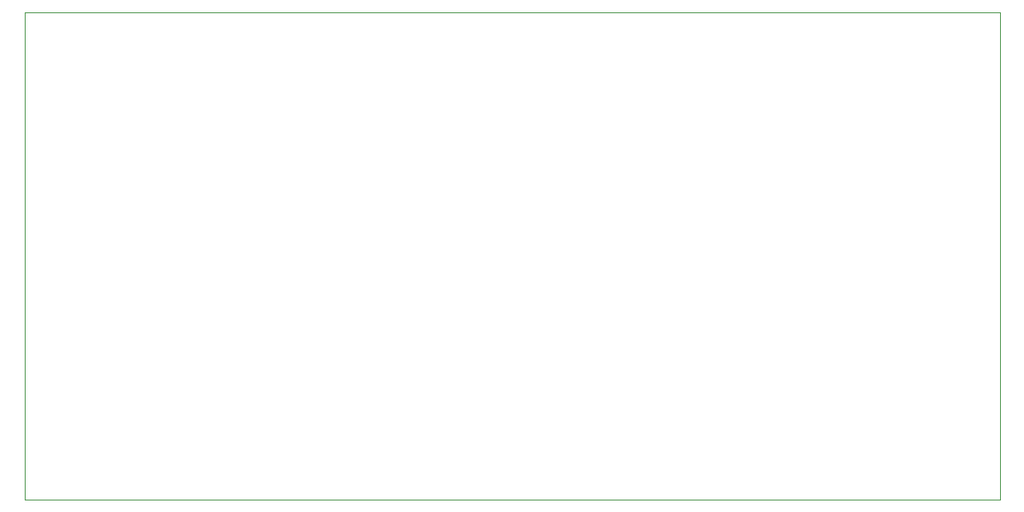
<source format=gbr>
G04 #@! TF.GenerationSoftware,KiCad,Pcbnew,(5.1.6)-1*
G04 #@! TF.CreationDate,2020-06-02T23:24:11+04:00*
G04 #@! TF.ProjectId,Berfboard 2.0-psupply,42657266-626f-4617-9264-20322e302d70,rev?*
G04 #@! TF.SameCoordinates,Original*
G04 #@! TF.FileFunction,Profile,NP*
%FSLAX46Y46*%
G04 Gerber Fmt 4.6, Leading zero omitted, Abs format (unit mm)*
G04 Created by KiCad (PCBNEW (5.1.6)-1) date 2020-06-02 23:24:11*
%MOMM*%
%LPD*%
G01*
G04 APERTURE LIST*
G04 #@! TA.AperFunction,Profile*
%ADD10C,0.050000*%
G04 #@! TD*
G04 APERTURE END LIST*
D10*
X94424500Y-90233500D02*
X94424500Y-40195500D01*
X194411600Y-90233500D02*
X94424500Y-90233500D01*
X194411600Y-40195500D02*
X194411600Y-90233500D01*
X94424500Y-40195500D02*
X194411600Y-40195500D01*
M02*

</source>
